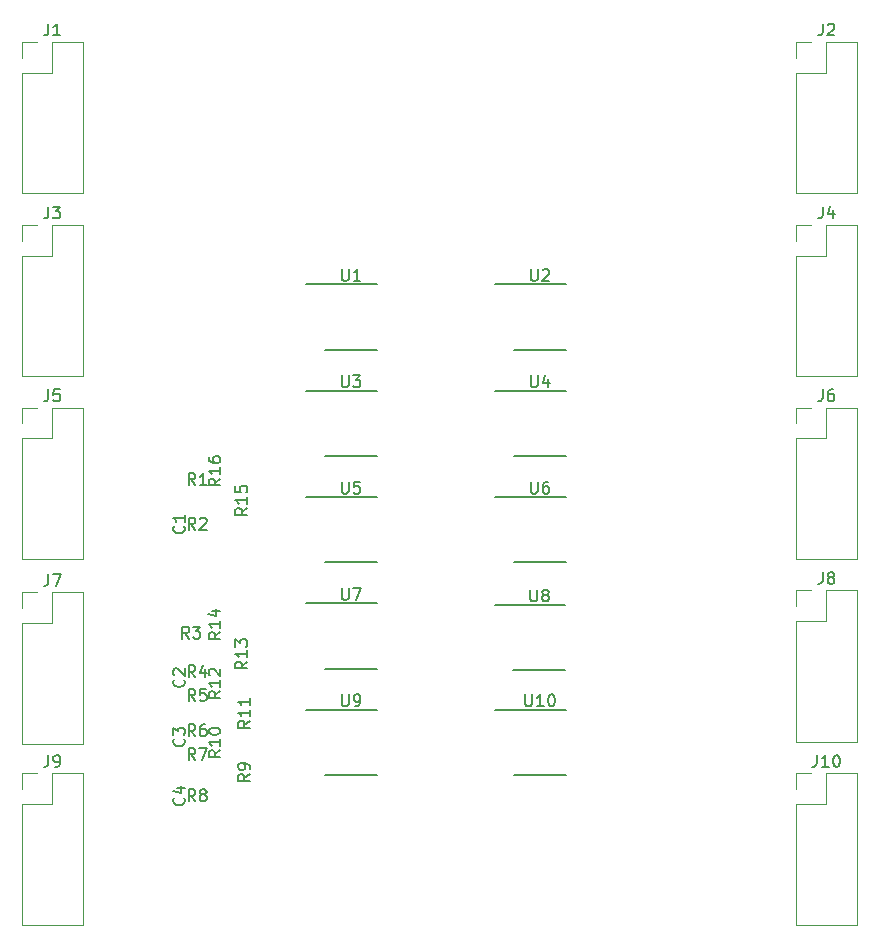
<source format=gbr>
G04 #@! TF.GenerationSoftware,KiCad,Pcbnew,(5.1.5)-3*
G04 #@! TF.CreationDate,2020-03-11T18:27:50+01:00*
G04 #@! TF.ProjectId,Fulvetta,46756c76-6574-4746-912e-6b696361645f,rev?*
G04 #@! TF.SameCoordinates,Original*
G04 #@! TF.FileFunction,Legend,Top*
G04 #@! TF.FilePolarity,Positive*
%FSLAX46Y46*%
G04 Gerber Fmt 4.6, Leading zero omitted, Abs format (unit mm)*
G04 Created by KiCad (PCBNEW (5.1.5)-3) date 2020-03-11 18:27:50*
%MOMM*%
%LPD*%
G04 APERTURE LIST*
%ADD10C,0.150000*%
%ADD11C,0.120000*%
G04 APERTURE END LIST*
D10*
X184225000Y-110200000D02*
X190200000Y-110200000D01*
X185800000Y-115725000D02*
X190200000Y-115725000D01*
X168225000Y-110200000D02*
X174200000Y-110200000D01*
X169800000Y-115725000D02*
X174200000Y-115725000D01*
X184185000Y-101340000D02*
X190160000Y-101340000D01*
X185760000Y-106865000D02*
X190160000Y-106865000D01*
X168225000Y-101200000D02*
X174200000Y-101200000D01*
X169800000Y-106725000D02*
X174200000Y-106725000D01*
X184225000Y-92200000D02*
X190200000Y-92200000D01*
X185800000Y-97725000D02*
X190200000Y-97725000D01*
X168225000Y-92200000D02*
X174200000Y-92200000D01*
X169800000Y-97725000D02*
X174200000Y-97725000D01*
X184225000Y-83200000D02*
X190200000Y-83200000D01*
X185800000Y-88725000D02*
X190200000Y-88725000D01*
X168225000Y-83200000D02*
X174200000Y-83200000D01*
X169800000Y-88725000D02*
X174200000Y-88725000D01*
X184225000Y-74200000D02*
X190200000Y-74200000D01*
X185800000Y-79725000D02*
X190200000Y-79725000D01*
X168225000Y-74200000D02*
X174200000Y-74200000D01*
X169800000Y-79725000D02*
X174200000Y-79725000D01*
D11*
X209670000Y-115590000D02*
X211000000Y-115590000D01*
X209670000Y-116920000D02*
X209670000Y-115590000D01*
X212270000Y-115590000D02*
X214870000Y-115590000D01*
X212270000Y-118190000D02*
X212270000Y-115590000D01*
X209670000Y-118190000D02*
X212270000Y-118190000D01*
X214870000Y-115590000D02*
X214870000Y-128410000D01*
X209670000Y-118190000D02*
X209670000Y-128410000D01*
X209670000Y-128410000D02*
X214870000Y-128410000D01*
X144130000Y-115590000D02*
X145460000Y-115590000D01*
X144130000Y-116920000D02*
X144130000Y-115590000D01*
X146730000Y-115590000D02*
X149330000Y-115590000D01*
X146730000Y-118190000D02*
X146730000Y-115590000D01*
X144130000Y-118190000D02*
X146730000Y-118190000D01*
X149330000Y-115590000D02*
X149330000Y-128410000D01*
X144130000Y-118190000D02*
X144130000Y-128410000D01*
X144130000Y-128410000D02*
X149330000Y-128410000D01*
X209670000Y-100110000D02*
X211000000Y-100110000D01*
X209670000Y-101440000D02*
X209670000Y-100110000D01*
X212270000Y-100110000D02*
X214870000Y-100110000D01*
X212270000Y-102710000D02*
X212270000Y-100110000D01*
X209670000Y-102710000D02*
X212270000Y-102710000D01*
X214870000Y-100110000D02*
X214870000Y-112930000D01*
X209670000Y-102710000D02*
X209670000Y-112930000D01*
X209670000Y-112930000D02*
X214870000Y-112930000D01*
X144130000Y-100270000D02*
X145460000Y-100270000D01*
X144130000Y-101600000D02*
X144130000Y-100270000D01*
X146730000Y-100270000D02*
X149330000Y-100270000D01*
X146730000Y-102870000D02*
X146730000Y-100270000D01*
X144130000Y-102870000D02*
X146730000Y-102870000D01*
X149330000Y-100270000D02*
X149330000Y-113090000D01*
X144130000Y-102870000D02*
X144130000Y-113090000D01*
X144130000Y-113090000D02*
X149330000Y-113090000D01*
X209670000Y-84630000D02*
X211000000Y-84630000D01*
X209670000Y-85960000D02*
X209670000Y-84630000D01*
X212270000Y-84630000D02*
X214870000Y-84630000D01*
X212270000Y-87230000D02*
X212270000Y-84630000D01*
X209670000Y-87230000D02*
X212270000Y-87230000D01*
X214870000Y-84630000D02*
X214870000Y-97450000D01*
X209670000Y-87230000D02*
X209670000Y-97450000D01*
X209670000Y-97450000D02*
X214870000Y-97450000D01*
X144130000Y-84630000D02*
X145460000Y-84630000D01*
X144130000Y-85960000D02*
X144130000Y-84630000D01*
X146730000Y-84630000D02*
X149330000Y-84630000D01*
X146730000Y-87230000D02*
X146730000Y-84630000D01*
X144130000Y-87230000D02*
X146730000Y-87230000D01*
X149330000Y-84630000D02*
X149330000Y-97450000D01*
X144130000Y-87230000D02*
X144130000Y-97450000D01*
X144130000Y-97450000D02*
X149330000Y-97450000D01*
X209670000Y-69150000D02*
X211000000Y-69150000D01*
X209670000Y-70480000D02*
X209670000Y-69150000D01*
X212270000Y-69150000D02*
X214870000Y-69150000D01*
X212270000Y-71750000D02*
X212270000Y-69150000D01*
X209670000Y-71750000D02*
X212270000Y-71750000D01*
X214870000Y-69150000D02*
X214870000Y-81970000D01*
X209670000Y-71750000D02*
X209670000Y-81970000D01*
X209670000Y-81970000D02*
X214870000Y-81970000D01*
X144130000Y-69150000D02*
X145460000Y-69150000D01*
X144130000Y-70480000D02*
X144130000Y-69150000D01*
X146730000Y-69150000D02*
X149330000Y-69150000D01*
X146730000Y-71750000D02*
X146730000Y-69150000D01*
X144130000Y-71750000D02*
X146730000Y-71750000D01*
X149330000Y-69150000D02*
X149330000Y-81970000D01*
X144130000Y-71750000D02*
X144130000Y-81970000D01*
X144130000Y-81970000D02*
X149330000Y-81970000D01*
X209670000Y-53670000D02*
X211000000Y-53670000D01*
X209670000Y-55000000D02*
X209670000Y-53670000D01*
X212270000Y-53670000D02*
X214870000Y-53670000D01*
X212270000Y-56270000D02*
X212270000Y-53670000D01*
X209670000Y-56270000D02*
X212270000Y-56270000D01*
X214870000Y-53670000D02*
X214870000Y-66490000D01*
X209670000Y-56270000D02*
X209670000Y-66490000D01*
X209670000Y-66490000D02*
X214870000Y-66490000D01*
X144130000Y-53670000D02*
X145460000Y-53670000D01*
X144130000Y-55000000D02*
X144130000Y-53670000D01*
X146730000Y-53670000D02*
X149330000Y-53670000D01*
X146730000Y-56270000D02*
X146730000Y-53670000D01*
X144130000Y-56270000D02*
X146730000Y-56270000D01*
X149330000Y-53670000D02*
X149330000Y-66490000D01*
X144130000Y-56270000D02*
X144130000Y-66490000D01*
X144130000Y-66490000D02*
X149330000Y-66490000D01*
D10*
X157857142Y-117666666D02*
X157904761Y-117714285D01*
X157952380Y-117857142D01*
X157952380Y-117952380D01*
X157904761Y-118095238D01*
X157809523Y-118190476D01*
X157714285Y-118238095D01*
X157523809Y-118285714D01*
X157380952Y-118285714D01*
X157190476Y-118238095D01*
X157095238Y-118190476D01*
X157000000Y-118095238D01*
X156952380Y-117952380D01*
X156952380Y-117857142D01*
X157000000Y-117714285D01*
X157047619Y-117666666D01*
X157285714Y-116809523D02*
X157952380Y-116809523D01*
X156904761Y-117047619D02*
X157619047Y-117285714D01*
X157619047Y-116666666D01*
X157857142Y-112666666D02*
X157904761Y-112714285D01*
X157952380Y-112857142D01*
X157952380Y-112952380D01*
X157904761Y-113095238D01*
X157809523Y-113190476D01*
X157714285Y-113238095D01*
X157523809Y-113285714D01*
X157380952Y-113285714D01*
X157190476Y-113238095D01*
X157095238Y-113190476D01*
X157000000Y-113095238D01*
X156952380Y-112952380D01*
X156952380Y-112857142D01*
X157000000Y-112714285D01*
X157047619Y-112666666D01*
X156952380Y-112333333D02*
X156952380Y-111714285D01*
X157333333Y-112047619D01*
X157333333Y-111904761D01*
X157380952Y-111809523D01*
X157428571Y-111761904D01*
X157523809Y-111714285D01*
X157761904Y-111714285D01*
X157857142Y-111761904D01*
X157904761Y-111809523D01*
X157952380Y-111904761D01*
X157952380Y-112190476D01*
X157904761Y-112285714D01*
X157857142Y-112333333D01*
X157857142Y-107666666D02*
X157904761Y-107714285D01*
X157952380Y-107857142D01*
X157952380Y-107952380D01*
X157904761Y-108095238D01*
X157809523Y-108190476D01*
X157714285Y-108238095D01*
X157523809Y-108285714D01*
X157380952Y-108285714D01*
X157190476Y-108238095D01*
X157095238Y-108190476D01*
X157000000Y-108095238D01*
X156952380Y-107952380D01*
X156952380Y-107857142D01*
X157000000Y-107714285D01*
X157047619Y-107666666D01*
X157047619Y-107285714D02*
X157000000Y-107238095D01*
X156952380Y-107142857D01*
X156952380Y-106904761D01*
X157000000Y-106809523D01*
X157047619Y-106761904D01*
X157142857Y-106714285D01*
X157238095Y-106714285D01*
X157380952Y-106761904D01*
X157952380Y-107333333D01*
X157952380Y-106714285D01*
X157857142Y-94666666D02*
X157904761Y-94714285D01*
X157952380Y-94857142D01*
X157952380Y-94952380D01*
X157904761Y-95095238D01*
X157809523Y-95190476D01*
X157714285Y-95238095D01*
X157523809Y-95285714D01*
X157380952Y-95285714D01*
X157190476Y-95238095D01*
X157095238Y-95190476D01*
X157000000Y-95095238D01*
X156952380Y-94952380D01*
X156952380Y-94857142D01*
X157000000Y-94714285D01*
X157047619Y-94666666D01*
X157952380Y-93714285D02*
X157952380Y-94285714D01*
X157952380Y-94000000D02*
X156952380Y-94000000D01*
X157095238Y-94095238D01*
X157190476Y-94190476D01*
X157238095Y-94285714D01*
X160952380Y-90642857D02*
X160476190Y-90976190D01*
X160952380Y-91214285D02*
X159952380Y-91214285D01*
X159952380Y-90833333D01*
X160000000Y-90738095D01*
X160047619Y-90690476D01*
X160142857Y-90642857D01*
X160285714Y-90642857D01*
X160380952Y-90690476D01*
X160428571Y-90738095D01*
X160476190Y-90833333D01*
X160476190Y-91214285D01*
X160952380Y-89690476D02*
X160952380Y-90261904D01*
X160952380Y-89976190D02*
X159952380Y-89976190D01*
X160095238Y-90071428D01*
X160190476Y-90166666D01*
X160238095Y-90261904D01*
X159952380Y-88833333D02*
X159952380Y-89023809D01*
X160000000Y-89119047D01*
X160047619Y-89166666D01*
X160190476Y-89261904D01*
X160380952Y-89309523D01*
X160761904Y-89309523D01*
X160857142Y-89261904D01*
X160904761Y-89214285D01*
X160952380Y-89119047D01*
X160952380Y-88928571D01*
X160904761Y-88833333D01*
X160857142Y-88785714D01*
X160761904Y-88738095D01*
X160523809Y-88738095D01*
X160428571Y-88785714D01*
X160380952Y-88833333D01*
X160333333Y-88928571D01*
X160333333Y-89119047D01*
X160380952Y-89214285D01*
X160428571Y-89261904D01*
X160523809Y-89309523D01*
X163222380Y-93142857D02*
X162746190Y-93476190D01*
X163222380Y-93714285D02*
X162222380Y-93714285D01*
X162222380Y-93333333D01*
X162270000Y-93238095D01*
X162317619Y-93190476D01*
X162412857Y-93142857D01*
X162555714Y-93142857D01*
X162650952Y-93190476D01*
X162698571Y-93238095D01*
X162746190Y-93333333D01*
X162746190Y-93714285D01*
X163222380Y-92190476D02*
X163222380Y-92761904D01*
X163222380Y-92476190D02*
X162222380Y-92476190D01*
X162365238Y-92571428D01*
X162460476Y-92666666D01*
X162508095Y-92761904D01*
X162222380Y-91285714D02*
X162222380Y-91761904D01*
X162698571Y-91809523D01*
X162650952Y-91761904D01*
X162603333Y-91666666D01*
X162603333Y-91428571D01*
X162650952Y-91333333D01*
X162698571Y-91285714D01*
X162793809Y-91238095D01*
X163031904Y-91238095D01*
X163127142Y-91285714D01*
X163174761Y-91333333D01*
X163222380Y-91428571D01*
X163222380Y-91666666D01*
X163174761Y-91761904D01*
X163127142Y-91809523D01*
X160952380Y-103642857D02*
X160476190Y-103976190D01*
X160952380Y-104214285D02*
X159952380Y-104214285D01*
X159952380Y-103833333D01*
X160000000Y-103738095D01*
X160047619Y-103690476D01*
X160142857Y-103642857D01*
X160285714Y-103642857D01*
X160380952Y-103690476D01*
X160428571Y-103738095D01*
X160476190Y-103833333D01*
X160476190Y-104214285D01*
X160952380Y-102690476D02*
X160952380Y-103261904D01*
X160952380Y-102976190D02*
X159952380Y-102976190D01*
X160095238Y-103071428D01*
X160190476Y-103166666D01*
X160238095Y-103261904D01*
X160285714Y-101833333D02*
X160952380Y-101833333D01*
X159904761Y-102071428D02*
X160619047Y-102309523D01*
X160619047Y-101690476D01*
X163222380Y-106142857D02*
X162746190Y-106476190D01*
X163222380Y-106714285D02*
X162222380Y-106714285D01*
X162222380Y-106333333D01*
X162270000Y-106238095D01*
X162317619Y-106190476D01*
X162412857Y-106142857D01*
X162555714Y-106142857D01*
X162650952Y-106190476D01*
X162698571Y-106238095D01*
X162746190Y-106333333D01*
X162746190Y-106714285D01*
X163222380Y-105190476D02*
X163222380Y-105761904D01*
X163222380Y-105476190D02*
X162222380Y-105476190D01*
X162365238Y-105571428D01*
X162460476Y-105666666D01*
X162508095Y-105761904D01*
X162222380Y-104857142D02*
X162222380Y-104238095D01*
X162603333Y-104571428D01*
X162603333Y-104428571D01*
X162650952Y-104333333D01*
X162698571Y-104285714D01*
X162793809Y-104238095D01*
X163031904Y-104238095D01*
X163127142Y-104285714D01*
X163174761Y-104333333D01*
X163222380Y-104428571D01*
X163222380Y-104714285D01*
X163174761Y-104809523D01*
X163127142Y-104857142D01*
X160952380Y-108642857D02*
X160476190Y-108976190D01*
X160952380Y-109214285D02*
X159952380Y-109214285D01*
X159952380Y-108833333D01*
X160000000Y-108738095D01*
X160047619Y-108690476D01*
X160142857Y-108642857D01*
X160285714Y-108642857D01*
X160380952Y-108690476D01*
X160428571Y-108738095D01*
X160476190Y-108833333D01*
X160476190Y-109214285D01*
X160952380Y-107690476D02*
X160952380Y-108261904D01*
X160952380Y-107976190D02*
X159952380Y-107976190D01*
X160095238Y-108071428D01*
X160190476Y-108166666D01*
X160238095Y-108261904D01*
X160047619Y-107309523D02*
X160000000Y-107261904D01*
X159952380Y-107166666D01*
X159952380Y-106928571D01*
X160000000Y-106833333D01*
X160047619Y-106785714D01*
X160142857Y-106738095D01*
X160238095Y-106738095D01*
X160380952Y-106785714D01*
X160952380Y-107357142D01*
X160952380Y-106738095D01*
X163452380Y-111142857D02*
X162976190Y-111476190D01*
X163452380Y-111714285D02*
X162452380Y-111714285D01*
X162452380Y-111333333D01*
X162500000Y-111238095D01*
X162547619Y-111190476D01*
X162642857Y-111142857D01*
X162785714Y-111142857D01*
X162880952Y-111190476D01*
X162928571Y-111238095D01*
X162976190Y-111333333D01*
X162976190Y-111714285D01*
X163452380Y-110190476D02*
X163452380Y-110761904D01*
X163452380Y-110476190D02*
X162452380Y-110476190D01*
X162595238Y-110571428D01*
X162690476Y-110666666D01*
X162738095Y-110761904D01*
X163452380Y-109238095D02*
X163452380Y-109809523D01*
X163452380Y-109523809D02*
X162452380Y-109523809D01*
X162595238Y-109619047D01*
X162690476Y-109714285D01*
X162738095Y-109809523D01*
X160952380Y-113642857D02*
X160476190Y-113976190D01*
X160952380Y-114214285D02*
X159952380Y-114214285D01*
X159952380Y-113833333D01*
X160000000Y-113738095D01*
X160047619Y-113690476D01*
X160142857Y-113642857D01*
X160285714Y-113642857D01*
X160380952Y-113690476D01*
X160428571Y-113738095D01*
X160476190Y-113833333D01*
X160476190Y-114214285D01*
X160952380Y-112690476D02*
X160952380Y-113261904D01*
X160952380Y-112976190D02*
X159952380Y-112976190D01*
X160095238Y-113071428D01*
X160190476Y-113166666D01*
X160238095Y-113261904D01*
X159952380Y-112071428D02*
X159952380Y-111976190D01*
X160000000Y-111880952D01*
X160047619Y-111833333D01*
X160142857Y-111785714D01*
X160333333Y-111738095D01*
X160571428Y-111738095D01*
X160761904Y-111785714D01*
X160857142Y-111833333D01*
X160904761Y-111880952D01*
X160952380Y-111976190D01*
X160952380Y-112071428D01*
X160904761Y-112166666D01*
X160857142Y-112214285D01*
X160761904Y-112261904D01*
X160571428Y-112309523D01*
X160333333Y-112309523D01*
X160142857Y-112261904D01*
X160047619Y-112214285D01*
X160000000Y-112166666D01*
X159952380Y-112071428D01*
X163452380Y-115666666D02*
X162976190Y-116000000D01*
X163452380Y-116238095D02*
X162452380Y-116238095D01*
X162452380Y-115857142D01*
X162500000Y-115761904D01*
X162547619Y-115714285D01*
X162642857Y-115666666D01*
X162785714Y-115666666D01*
X162880952Y-115714285D01*
X162928571Y-115761904D01*
X162976190Y-115857142D01*
X162976190Y-116238095D01*
X163452380Y-115190476D02*
X163452380Y-115000000D01*
X163404761Y-114904761D01*
X163357142Y-114857142D01*
X163214285Y-114761904D01*
X163023809Y-114714285D01*
X162642857Y-114714285D01*
X162547619Y-114761904D01*
X162500000Y-114809523D01*
X162452380Y-114904761D01*
X162452380Y-115095238D01*
X162500000Y-115190476D01*
X162547619Y-115238095D01*
X162642857Y-115285714D01*
X162880952Y-115285714D01*
X162976190Y-115238095D01*
X163023809Y-115190476D01*
X163071428Y-115095238D01*
X163071428Y-114904761D01*
X163023809Y-114809523D01*
X162976190Y-114761904D01*
X162880952Y-114714285D01*
X158833333Y-117952380D02*
X158500000Y-117476190D01*
X158261904Y-117952380D02*
X158261904Y-116952380D01*
X158642857Y-116952380D01*
X158738095Y-117000000D01*
X158785714Y-117047619D01*
X158833333Y-117142857D01*
X158833333Y-117285714D01*
X158785714Y-117380952D01*
X158738095Y-117428571D01*
X158642857Y-117476190D01*
X158261904Y-117476190D01*
X159404761Y-117380952D02*
X159309523Y-117333333D01*
X159261904Y-117285714D01*
X159214285Y-117190476D01*
X159214285Y-117142857D01*
X159261904Y-117047619D01*
X159309523Y-117000000D01*
X159404761Y-116952380D01*
X159595238Y-116952380D01*
X159690476Y-117000000D01*
X159738095Y-117047619D01*
X159785714Y-117142857D01*
X159785714Y-117190476D01*
X159738095Y-117285714D01*
X159690476Y-117333333D01*
X159595238Y-117380952D01*
X159404761Y-117380952D01*
X159309523Y-117428571D01*
X159261904Y-117476190D01*
X159214285Y-117571428D01*
X159214285Y-117761904D01*
X159261904Y-117857142D01*
X159309523Y-117904761D01*
X159404761Y-117952380D01*
X159595238Y-117952380D01*
X159690476Y-117904761D01*
X159738095Y-117857142D01*
X159785714Y-117761904D01*
X159785714Y-117571428D01*
X159738095Y-117476190D01*
X159690476Y-117428571D01*
X159595238Y-117380952D01*
X158833333Y-114452380D02*
X158500000Y-113976190D01*
X158261904Y-114452380D02*
X158261904Y-113452380D01*
X158642857Y-113452380D01*
X158738095Y-113500000D01*
X158785714Y-113547619D01*
X158833333Y-113642857D01*
X158833333Y-113785714D01*
X158785714Y-113880952D01*
X158738095Y-113928571D01*
X158642857Y-113976190D01*
X158261904Y-113976190D01*
X159166666Y-113452380D02*
X159833333Y-113452380D01*
X159404761Y-114452380D01*
X158833333Y-112452380D02*
X158500000Y-111976190D01*
X158261904Y-112452380D02*
X158261904Y-111452380D01*
X158642857Y-111452380D01*
X158738095Y-111500000D01*
X158785714Y-111547619D01*
X158833333Y-111642857D01*
X158833333Y-111785714D01*
X158785714Y-111880952D01*
X158738095Y-111928571D01*
X158642857Y-111976190D01*
X158261904Y-111976190D01*
X159690476Y-111452380D02*
X159500000Y-111452380D01*
X159404761Y-111500000D01*
X159357142Y-111547619D01*
X159261904Y-111690476D01*
X159214285Y-111880952D01*
X159214285Y-112261904D01*
X159261904Y-112357142D01*
X159309523Y-112404761D01*
X159404761Y-112452380D01*
X159595238Y-112452380D01*
X159690476Y-112404761D01*
X159738095Y-112357142D01*
X159785714Y-112261904D01*
X159785714Y-112023809D01*
X159738095Y-111928571D01*
X159690476Y-111880952D01*
X159595238Y-111833333D01*
X159404761Y-111833333D01*
X159309523Y-111880952D01*
X159261904Y-111928571D01*
X159214285Y-112023809D01*
X158833333Y-109452380D02*
X158500000Y-108976190D01*
X158261904Y-109452380D02*
X158261904Y-108452380D01*
X158642857Y-108452380D01*
X158738095Y-108500000D01*
X158785714Y-108547619D01*
X158833333Y-108642857D01*
X158833333Y-108785714D01*
X158785714Y-108880952D01*
X158738095Y-108928571D01*
X158642857Y-108976190D01*
X158261904Y-108976190D01*
X159738095Y-108452380D02*
X159261904Y-108452380D01*
X159214285Y-108928571D01*
X159261904Y-108880952D01*
X159357142Y-108833333D01*
X159595238Y-108833333D01*
X159690476Y-108880952D01*
X159738095Y-108928571D01*
X159785714Y-109023809D01*
X159785714Y-109261904D01*
X159738095Y-109357142D01*
X159690476Y-109404761D01*
X159595238Y-109452380D01*
X159357142Y-109452380D01*
X159261904Y-109404761D01*
X159214285Y-109357142D01*
X158833333Y-107452380D02*
X158500000Y-106976190D01*
X158261904Y-107452380D02*
X158261904Y-106452380D01*
X158642857Y-106452380D01*
X158738095Y-106500000D01*
X158785714Y-106547619D01*
X158833333Y-106642857D01*
X158833333Y-106785714D01*
X158785714Y-106880952D01*
X158738095Y-106928571D01*
X158642857Y-106976190D01*
X158261904Y-106976190D01*
X159690476Y-106785714D02*
X159690476Y-107452380D01*
X159452380Y-106404761D02*
X159214285Y-107119047D01*
X159833333Y-107119047D01*
X158313333Y-104182380D02*
X157980000Y-103706190D01*
X157741904Y-104182380D02*
X157741904Y-103182380D01*
X158122857Y-103182380D01*
X158218095Y-103230000D01*
X158265714Y-103277619D01*
X158313333Y-103372857D01*
X158313333Y-103515714D01*
X158265714Y-103610952D01*
X158218095Y-103658571D01*
X158122857Y-103706190D01*
X157741904Y-103706190D01*
X158646666Y-103182380D02*
X159265714Y-103182380D01*
X158932380Y-103563333D01*
X159075238Y-103563333D01*
X159170476Y-103610952D01*
X159218095Y-103658571D01*
X159265714Y-103753809D01*
X159265714Y-103991904D01*
X159218095Y-104087142D01*
X159170476Y-104134761D01*
X159075238Y-104182380D01*
X158789523Y-104182380D01*
X158694285Y-104134761D01*
X158646666Y-104087142D01*
X158833333Y-94952380D02*
X158500000Y-94476190D01*
X158261904Y-94952380D02*
X158261904Y-93952380D01*
X158642857Y-93952380D01*
X158738095Y-94000000D01*
X158785714Y-94047619D01*
X158833333Y-94142857D01*
X158833333Y-94285714D01*
X158785714Y-94380952D01*
X158738095Y-94428571D01*
X158642857Y-94476190D01*
X158261904Y-94476190D01*
X159214285Y-94047619D02*
X159261904Y-94000000D01*
X159357142Y-93952380D01*
X159595238Y-93952380D01*
X159690476Y-94000000D01*
X159738095Y-94047619D01*
X159785714Y-94142857D01*
X159785714Y-94238095D01*
X159738095Y-94380952D01*
X159166666Y-94952380D01*
X159785714Y-94952380D01*
X158833333Y-91182380D02*
X158500000Y-90706190D01*
X158261904Y-91182380D02*
X158261904Y-90182380D01*
X158642857Y-90182380D01*
X158738095Y-90230000D01*
X158785714Y-90277619D01*
X158833333Y-90372857D01*
X158833333Y-90515714D01*
X158785714Y-90610952D01*
X158738095Y-90658571D01*
X158642857Y-90706190D01*
X158261904Y-90706190D01*
X159785714Y-91182380D02*
X159214285Y-91182380D01*
X159500000Y-91182380D02*
X159500000Y-90182380D01*
X159404761Y-90325238D01*
X159309523Y-90420476D01*
X159214285Y-90468095D01*
X186761904Y-108902380D02*
X186761904Y-109711904D01*
X186809523Y-109807142D01*
X186857142Y-109854761D01*
X186952380Y-109902380D01*
X187142857Y-109902380D01*
X187238095Y-109854761D01*
X187285714Y-109807142D01*
X187333333Y-109711904D01*
X187333333Y-108902380D01*
X188333333Y-109902380D02*
X187761904Y-109902380D01*
X188047619Y-109902380D02*
X188047619Y-108902380D01*
X187952380Y-109045238D01*
X187857142Y-109140476D01*
X187761904Y-109188095D01*
X188952380Y-108902380D02*
X189047619Y-108902380D01*
X189142857Y-108950000D01*
X189190476Y-108997619D01*
X189238095Y-109092857D01*
X189285714Y-109283333D01*
X189285714Y-109521428D01*
X189238095Y-109711904D01*
X189190476Y-109807142D01*
X189142857Y-109854761D01*
X189047619Y-109902380D01*
X188952380Y-109902380D01*
X188857142Y-109854761D01*
X188809523Y-109807142D01*
X188761904Y-109711904D01*
X188714285Y-109521428D01*
X188714285Y-109283333D01*
X188761904Y-109092857D01*
X188809523Y-108997619D01*
X188857142Y-108950000D01*
X188952380Y-108902380D01*
X171238095Y-108902380D02*
X171238095Y-109711904D01*
X171285714Y-109807142D01*
X171333333Y-109854761D01*
X171428571Y-109902380D01*
X171619047Y-109902380D01*
X171714285Y-109854761D01*
X171761904Y-109807142D01*
X171809523Y-109711904D01*
X171809523Y-108902380D01*
X172333333Y-109902380D02*
X172523809Y-109902380D01*
X172619047Y-109854761D01*
X172666666Y-109807142D01*
X172761904Y-109664285D01*
X172809523Y-109473809D01*
X172809523Y-109092857D01*
X172761904Y-108997619D01*
X172714285Y-108950000D01*
X172619047Y-108902380D01*
X172428571Y-108902380D01*
X172333333Y-108950000D01*
X172285714Y-108997619D01*
X172238095Y-109092857D01*
X172238095Y-109330952D01*
X172285714Y-109426190D01*
X172333333Y-109473809D01*
X172428571Y-109521428D01*
X172619047Y-109521428D01*
X172714285Y-109473809D01*
X172761904Y-109426190D01*
X172809523Y-109330952D01*
X187198095Y-100042380D02*
X187198095Y-100851904D01*
X187245714Y-100947142D01*
X187293333Y-100994761D01*
X187388571Y-101042380D01*
X187579047Y-101042380D01*
X187674285Y-100994761D01*
X187721904Y-100947142D01*
X187769523Y-100851904D01*
X187769523Y-100042380D01*
X188388571Y-100470952D02*
X188293333Y-100423333D01*
X188245714Y-100375714D01*
X188198095Y-100280476D01*
X188198095Y-100232857D01*
X188245714Y-100137619D01*
X188293333Y-100090000D01*
X188388571Y-100042380D01*
X188579047Y-100042380D01*
X188674285Y-100090000D01*
X188721904Y-100137619D01*
X188769523Y-100232857D01*
X188769523Y-100280476D01*
X188721904Y-100375714D01*
X188674285Y-100423333D01*
X188579047Y-100470952D01*
X188388571Y-100470952D01*
X188293333Y-100518571D01*
X188245714Y-100566190D01*
X188198095Y-100661428D01*
X188198095Y-100851904D01*
X188245714Y-100947142D01*
X188293333Y-100994761D01*
X188388571Y-101042380D01*
X188579047Y-101042380D01*
X188674285Y-100994761D01*
X188721904Y-100947142D01*
X188769523Y-100851904D01*
X188769523Y-100661428D01*
X188721904Y-100566190D01*
X188674285Y-100518571D01*
X188579047Y-100470952D01*
X171238095Y-99902380D02*
X171238095Y-100711904D01*
X171285714Y-100807142D01*
X171333333Y-100854761D01*
X171428571Y-100902380D01*
X171619047Y-100902380D01*
X171714285Y-100854761D01*
X171761904Y-100807142D01*
X171809523Y-100711904D01*
X171809523Y-99902380D01*
X172190476Y-99902380D02*
X172857142Y-99902380D01*
X172428571Y-100902380D01*
X187238095Y-90902380D02*
X187238095Y-91711904D01*
X187285714Y-91807142D01*
X187333333Y-91854761D01*
X187428571Y-91902380D01*
X187619047Y-91902380D01*
X187714285Y-91854761D01*
X187761904Y-91807142D01*
X187809523Y-91711904D01*
X187809523Y-90902380D01*
X188714285Y-90902380D02*
X188523809Y-90902380D01*
X188428571Y-90950000D01*
X188380952Y-90997619D01*
X188285714Y-91140476D01*
X188238095Y-91330952D01*
X188238095Y-91711904D01*
X188285714Y-91807142D01*
X188333333Y-91854761D01*
X188428571Y-91902380D01*
X188619047Y-91902380D01*
X188714285Y-91854761D01*
X188761904Y-91807142D01*
X188809523Y-91711904D01*
X188809523Y-91473809D01*
X188761904Y-91378571D01*
X188714285Y-91330952D01*
X188619047Y-91283333D01*
X188428571Y-91283333D01*
X188333333Y-91330952D01*
X188285714Y-91378571D01*
X188238095Y-91473809D01*
X171238095Y-90902380D02*
X171238095Y-91711904D01*
X171285714Y-91807142D01*
X171333333Y-91854761D01*
X171428571Y-91902380D01*
X171619047Y-91902380D01*
X171714285Y-91854761D01*
X171761904Y-91807142D01*
X171809523Y-91711904D01*
X171809523Y-90902380D01*
X172761904Y-90902380D02*
X172285714Y-90902380D01*
X172238095Y-91378571D01*
X172285714Y-91330952D01*
X172380952Y-91283333D01*
X172619047Y-91283333D01*
X172714285Y-91330952D01*
X172761904Y-91378571D01*
X172809523Y-91473809D01*
X172809523Y-91711904D01*
X172761904Y-91807142D01*
X172714285Y-91854761D01*
X172619047Y-91902380D01*
X172380952Y-91902380D01*
X172285714Y-91854761D01*
X172238095Y-91807142D01*
X187238095Y-81902380D02*
X187238095Y-82711904D01*
X187285714Y-82807142D01*
X187333333Y-82854761D01*
X187428571Y-82902380D01*
X187619047Y-82902380D01*
X187714285Y-82854761D01*
X187761904Y-82807142D01*
X187809523Y-82711904D01*
X187809523Y-81902380D01*
X188714285Y-82235714D02*
X188714285Y-82902380D01*
X188476190Y-81854761D02*
X188238095Y-82569047D01*
X188857142Y-82569047D01*
X171238095Y-81902380D02*
X171238095Y-82711904D01*
X171285714Y-82807142D01*
X171333333Y-82854761D01*
X171428571Y-82902380D01*
X171619047Y-82902380D01*
X171714285Y-82854761D01*
X171761904Y-82807142D01*
X171809523Y-82711904D01*
X171809523Y-81902380D01*
X172190476Y-81902380D02*
X172809523Y-81902380D01*
X172476190Y-82283333D01*
X172619047Y-82283333D01*
X172714285Y-82330952D01*
X172761904Y-82378571D01*
X172809523Y-82473809D01*
X172809523Y-82711904D01*
X172761904Y-82807142D01*
X172714285Y-82854761D01*
X172619047Y-82902380D01*
X172333333Y-82902380D01*
X172238095Y-82854761D01*
X172190476Y-82807142D01*
X187238095Y-72902380D02*
X187238095Y-73711904D01*
X187285714Y-73807142D01*
X187333333Y-73854761D01*
X187428571Y-73902380D01*
X187619047Y-73902380D01*
X187714285Y-73854761D01*
X187761904Y-73807142D01*
X187809523Y-73711904D01*
X187809523Y-72902380D01*
X188238095Y-72997619D02*
X188285714Y-72950000D01*
X188380952Y-72902380D01*
X188619047Y-72902380D01*
X188714285Y-72950000D01*
X188761904Y-72997619D01*
X188809523Y-73092857D01*
X188809523Y-73188095D01*
X188761904Y-73330952D01*
X188190476Y-73902380D01*
X188809523Y-73902380D01*
X171238095Y-72902380D02*
X171238095Y-73711904D01*
X171285714Y-73807142D01*
X171333333Y-73854761D01*
X171428571Y-73902380D01*
X171619047Y-73902380D01*
X171714285Y-73854761D01*
X171761904Y-73807142D01*
X171809523Y-73711904D01*
X171809523Y-72902380D01*
X172809523Y-73902380D02*
X172238095Y-73902380D01*
X172523809Y-73902380D02*
X172523809Y-72902380D01*
X172428571Y-73045238D01*
X172333333Y-73140476D01*
X172238095Y-73188095D01*
X211460476Y-114042380D02*
X211460476Y-114756666D01*
X211412857Y-114899523D01*
X211317619Y-114994761D01*
X211174761Y-115042380D01*
X211079523Y-115042380D01*
X212460476Y-115042380D02*
X211889047Y-115042380D01*
X212174761Y-115042380D02*
X212174761Y-114042380D01*
X212079523Y-114185238D01*
X211984285Y-114280476D01*
X211889047Y-114328095D01*
X213079523Y-114042380D02*
X213174761Y-114042380D01*
X213270000Y-114090000D01*
X213317619Y-114137619D01*
X213365238Y-114232857D01*
X213412857Y-114423333D01*
X213412857Y-114661428D01*
X213365238Y-114851904D01*
X213317619Y-114947142D01*
X213270000Y-114994761D01*
X213174761Y-115042380D01*
X213079523Y-115042380D01*
X212984285Y-114994761D01*
X212936666Y-114947142D01*
X212889047Y-114851904D01*
X212841428Y-114661428D01*
X212841428Y-114423333D01*
X212889047Y-114232857D01*
X212936666Y-114137619D01*
X212984285Y-114090000D01*
X213079523Y-114042380D01*
X146396666Y-114042380D02*
X146396666Y-114756666D01*
X146349047Y-114899523D01*
X146253809Y-114994761D01*
X146110952Y-115042380D01*
X146015714Y-115042380D01*
X146920476Y-115042380D02*
X147110952Y-115042380D01*
X147206190Y-114994761D01*
X147253809Y-114947142D01*
X147349047Y-114804285D01*
X147396666Y-114613809D01*
X147396666Y-114232857D01*
X147349047Y-114137619D01*
X147301428Y-114090000D01*
X147206190Y-114042380D01*
X147015714Y-114042380D01*
X146920476Y-114090000D01*
X146872857Y-114137619D01*
X146825238Y-114232857D01*
X146825238Y-114470952D01*
X146872857Y-114566190D01*
X146920476Y-114613809D01*
X147015714Y-114661428D01*
X147206190Y-114661428D01*
X147301428Y-114613809D01*
X147349047Y-114566190D01*
X147396666Y-114470952D01*
X211936666Y-98562380D02*
X211936666Y-99276666D01*
X211889047Y-99419523D01*
X211793809Y-99514761D01*
X211650952Y-99562380D01*
X211555714Y-99562380D01*
X212555714Y-98990952D02*
X212460476Y-98943333D01*
X212412857Y-98895714D01*
X212365238Y-98800476D01*
X212365238Y-98752857D01*
X212412857Y-98657619D01*
X212460476Y-98610000D01*
X212555714Y-98562380D01*
X212746190Y-98562380D01*
X212841428Y-98610000D01*
X212889047Y-98657619D01*
X212936666Y-98752857D01*
X212936666Y-98800476D01*
X212889047Y-98895714D01*
X212841428Y-98943333D01*
X212746190Y-98990952D01*
X212555714Y-98990952D01*
X212460476Y-99038571D01*
X212412857Y-99086190D01*
X212365238Y-99181428D01*
X212365238Y-99371904D01*
X212412857Y-99467142D01*
X212460476Y-99514761D01*
X212555714Y-99562380D01*
X212746190Y-99562380D01*
X212841428Y-99514761D01*
X212889047Y-99467142D01*
X212936666Y-99371904D01*
X212936666Y-99181428D01*
X212889047Y-99086190D01*
X212841428Y-99038571D01*
X212746190Y-98990952D01*
X146396666Y-98722380D02*
X146396666Y-99436666D01*
X146349047Y-99579523D01*
X146253809Y-99674761D01*
X146110952Y-99722380D01*
X146015714Y-99722380D01*
X146777619Y-98722380D02*
X147444285Y-98722380D01*
X147015714Y-99722380D01*
X211936666Y-83082380D02*
X211936666Y-83796666D01*
X211889047Y-83939523D01*
X211793809Y-84034761D01*
X211650952Y-84082380D01*
X211555714Y-84082380D01*
X212841428Y-83082380D02*
X212650952Y-83082380D01*
X212555714Y-83130000D01*
X212508095Y-83177619D01*
X212412857Y-83320476D01*
X212365238Y-83510952D01*
X212365238Y-83891904D01*
X212412857Y-83987142D01*
X212460476Y-84034761D01*
X212555714Y-84082380D01*
X212746190Y-84082380D01*
X212841428Y-84034761D01*
X212889047Y-83987142D01*
X212936666Y-83891904D01*
X212936666Y-83653809D01*
X212889047Y-83558571D01*
X212841428Y-83510952D01*
X212746190Y-83463333D01*
X212555714Y-83463333D01*
X212460476Y-83510952D01*
X212412857Y-83558571D01*
X212365238Y-83653809D01*
X146396666Y-83082380D02*
X146396666Y-83796666D01*
X146349047Y-83939523D01*
X146253809Y-84034761D01*
X146110952Y-84082380D01*
X146015714Y-84082380D01*
X147349047Y-83082380D02*
X146872857Y-83082380D01*
X146825238Y-83558571D01*
X146872857Y-83510952D01*
X146968095Y-83463333D01*
X147206190Y-83463333D01*
X147301428Y-83510952D01*
X147349047Y-83558571D01*
X147396666Y-83653809D01*
X147396666Y-83891904D01*
X147349047Y-83987142D01*
X147301428Y-84034761D01*
X147206190Y-84082380D01*
X146968095Y-84082380D01*
X146872857Y-84034761D01*
X146825238Y-83987142D01*
X211936666Y-67602380D02*
X211936666Y-68316666D01*
X211889047Y-68459523D01*
X211793809Y-68554761D01*
X211650952Y-68602380D01*
X211555714Y-68602380D01*
X212841428Y-67935714D02*
X212841428Y-68602380D01*
X212603333Y-67554761D02*
X212365238Y-68269047D01*
X212984285Y-68269047D01*
X146396666Y-67602380D02*
X146396666Y-68316666D01*
X146349047Y-68459523D01*
X146253809Y-68554761D01*
X146110952Y-68602380D01*
X146015714Y-68602380D01*
X146777619Y-67602380D02*
X147396666Y-67602380D01*
X147063333Y-67983333D01*
X147206190Y-67983333D01*
X147301428Y-68030952D01*
X147349047Y-68078571D01*
X147396666Y-68173809D01*
X147396666Y-68411904D01*
X147349047Y-68507142D01*
X147301428Y-68554761D01*
X147206190Y-68602380D01*
X146920476Y-68602380D01*
X146825238Y-68554761D01*
X146777619Y-68507142D01*
X211936666Y-52122380D02*
X211936666Y-52836666D01*
X211889047Y-52979523D01*
X211793809Y-53074761D01*
X211650952Y-53122380D01*
X211555714Y-53122380D01*
X212365238Y-52217619D02*
X212412857Y-52170000D01*
X212508095Y-52122380D01*
X212746190Y-52122380D01*
X212841428Y-52170000D01*
X212889047Y-52217619D01*
X212936666Y-52312857D01*
X212936666Y-52408095D01*
X212889047Y-52550952D01*
X212317619Y-53122380D01*
X212936666Y-53122380D01*
X146396666Y-52122380D02*
X146396666Y-52836666D01*
X146349047Y-52979523D01*
X146253809Y-53074761D01*
X146110952Y-53122380D01*
X146015714Y-53122380D01*
X147396666Y-53122380D02*
X146825238Y-53122380D01*
X147110952Y-53122380D02*
X147110952Y-52122380D01*
X147015714Y-52265238D01*
X146920476Y-52360476D01*
X146825238Y-52408095D01*
M02*

</source>
